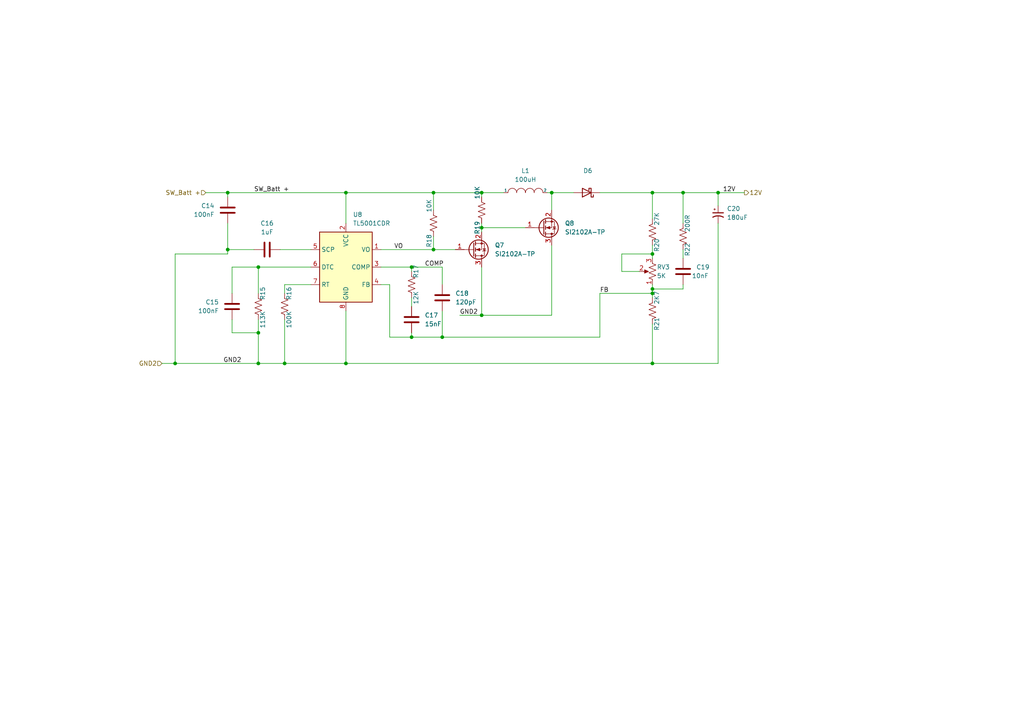
<source format=kicad_sch>
(kicad_sch (version 20211123) (generator eeschema)
  (paper "A4")
  (lib_symbols
    (symbol "Device:C" (pin_numbers hide) (pin_names (offset 0.254))
      (property "Reference" "C" (at 0.635 2.54 0))
      (property "Value" "C" (at 0.635 -2.54 0))
      (symbol "C_0_1"
        (polyline (pts (xy -2.032 -0.762) (xy 2.032 -0.762)) (stroke (width 0.508)))
        (polyline (pts (xy -2.032 0.762) (xy 2.032 0.762)) (stroke (width 0.508)))
      )
      (symbol "C_1_1"
        (pin passive line (at 0 3.81 270) (length 2.794) (name "~") (number "1"))
        (pin passive line (at 0 -3.81 90) (length 2.794) (name "~") (number "2"))
      )
    )
    (symbol "Device:C_Polarized_Small_US" (pin_numbers hide) (pin_names (offset 0.254) hide)
      (property "Reference" "C" (at 0.254 1.778 0))
      (property "Value" "C_Polarized_Small_US" (at 0.254 -2.032 0))
      (symbol "C_Polarized_Small_US_0_1"
        (polyline (pts (xy -1.524 0.508) (xy 1.524 0.508)) (stroke (width 0.3048)))
        (polyline (pts (xy -1.27 1.524) (xy -0.762 1.524)))
        (polyline (pts (xy -1.016 1.27) (xy -1.016 1.778)))
        (arc (start 1.524 -0.762) (mid 0 -0.3734) (end -1.524 -0.762) (stroke (width 0.3048)))
      )
      (symbol "C_Polarized_Small_US_1_1"
        (pin passive line (at 0 2.54 270) (length 2.032) (name "~") (number "1"))
        (pin passive line (at 0 -2.54 90) (length 2.032) (name "~") (number "2"))
      )
    )
    (symbol "Device:D_Schottky" (pin_numbers hide) (pin_names (offset 1.016) hide)
      (property "Reference" "D" (at 0 2.54 0))
      (property "Value" "D_Schottky" (at 0 -2.54 0))
      (symbol "D_Schottky_0_1"
        (polyline (pts (xy 1.27 0) (xy -1.27 0)))
        (polyline (pts (xy 1.27 1.27) (xy 1.27 -1.27) (xy -1.27 0) (xy 1.27 1.27)) (stroke (width 0.254)))
        (polyline (pts (xy -1.905 0.635) (xy -1.905 1.27) (xy -1.27 1.27) (xy -1.27 -1.27) (xy -0.635 -1.27) (xy -0.635 -0.635)) (stroke (width 0.254)))
      )
      (symbol "D_Schottky_1_1"
        (pin passive line (at -3.81 0 0) (length 2.54) (name "K") (number "1"))
        (pin passive line (at 3.81 0 180) (length 2.54) (name "A") (number "2"))
      )
    )
    (symbol "Device:R_Potentiometer_US" (pin_names (offset 1.016) hide)
      (property "Reference" "RV" (at -4.445 0 90))
      (property "Value" "R_Potentiometer_US" (at -2.54 0 90))
      (symbol "R_Potentiometer_US_0_1"
        (polyline (pts (xy 0 -2.286) (xy 0 -2.54)))
        (polyline (pts (xy 0 2.54) (xy 0 2.286)))
        (polyline (pts (xy 2.54 0) (xy 1.524 0)))
        (polyline (pts (xy 1.143 0) (xy 2.286 0.508) (xy 2.286 -0.508) (xy 1.143 0)) (fill (type outline)))
        (polyline (pts (xy 0 -0.762) (xy 1.016 -1.143) (xy 0 -1.524) (xy -1.016 -1.905) (xy 0 -2.286)))
        (polyline (pts (xy 0 0.762) (xy 1.016 0.381) (xy 0 0) (xy -1.016 -0.381) (xy 0 -0.762)))
        (polyline (pts (xy 0 2.286) (xy 1.016 1.905) (xy 0 1.524) (xy -1.016 1.143) (xy 0 0.762)))
      )
      (symbol "R_Potentiometer_US_1_1"
        (pin passive line (at 0 3.81 270) (length 1.27) (name "1") (number "1"))
        (pin passive line (at 3.81 0 180) (length 1.27) (name "2") (number "2"))
        (pin passive line (at 0 -3.81 90) (length 1.27) (name "3") (number "3"))
      )
    )
    (symbol "Device:R_US" (pin_numbers hide) (pin_names (offset 0))
      (property "Reference" "R" (at 2.54 0 90))
      (property "Value" "R_US" (at -2.54 0 90))
      (symbol "R_US_0_1"
        (polyline (pts (xy 0 -2.286) (xy 0 -2.54)))
        (polyline (pts (xy 0 2.286) (xy 0 2.54)))
        (polyline (pts (xy 0 -0.762) (xy 1.016 -1.143) (xy 0 -1.524) (xy -1.016 -1.905) (xy 0 -2.286)))
        (polyline (pts (xy 0 0.762) (xy 1.016 0.381) (xy 0 0) (xy -1.016 -0.381) (xy 0 -0.762)))
        (polyline (pts (xy 0 2.286) (xy 1.016 1.905) (xy 0 1.524) (xy -1.016 1.143) (xy 0 0.762)))
      )
      (symbol "R_US_1_1"
        (pin passive line (at 0 3.81 270) (length 1.27) (name "~") (number "1"))
        (pin passive line (at 0 -3.81 90) (length 1.27) (name "~") (number "2"))
      )
    )
    (symbol "Regulator_Switching:TL5001CDR"
      (property "Reference" "U" (at -6.35 11.43 0))
      (property "Value" "TL5001CDR" (at 7.62 11.43 0))
      (symbol "TL5001CDR_0_1"
        (rectangle (start -7.62 10.16) (end 7.62 -10.16) (stroke (width 0.254)) (fill (type background)))
      )
      (symbol "TL5001CDR_1_1"
        (pin passive line (at 10.16 5.08 180) (length 2.54) (name "VO") (number "1"))
        (pin power_in line (at 0 12.7 270) (length 2.54) (name "VCC") (number "2"))
        (pin passive line (at 10.16 0 180) (length 2.54) (name "COMP") (number "3"))
        (pin passive line (at 10.16 -5.08 180) (length 2.54) (name "FB") (number "4"))
        (pin passive line (at -10.16 5.08 0) (length 2.54) (name "SCP") (number "5"))
        (pin passive line (at -10.16 0 0) (length 2.54) (name "DTC") (number "6"))
        (pin passive line (at -10.16 -5.08 0) (length 2.54) (name "RT") (number "7"))
        (pin power_in line (at 0 -12.7 90) (length 2.54) (name "GND") (number "8"))
      )
    )
    (symbol "Transistor_FET:SI2102A-TP" (pin_names hide)
      (property "Reference" "Q" (at 5.08 1.905 0))
      (property "Value" "SI2102A-TP" (at 5.08 0 0))
      (symbol "SI2102A-TP_0_1"
        (polyline (pts (xy 0.254 0) (xy -2.54 0)))
        (polyline (pts (xy 0.254 1.905) (xy 0.254 -1.905)) (stroke (width 0.254)))
        (polyline (pts (xy 0.762 -1.27) (xy 0.762 -2.286)) (stroke (width 0.254)))
        (polyline (pts (xy 0.762 0.508) (xy 0.762 -0.508)) (stroke (width 0.254)))
        (polyline (pts (xy 0.762 2.286) (xy 0.762 1.27)) (stroke (width 0.254)))
        (polyline (pts (xy 2.54 2.54) (xy 2.54 1.778)))
        (polyline (pts (xy 2.54 -2.54) (xy 2.54 0) (xy 0.762 0)))
        (polyline (pts (xy 0.762 -1.778) (xy 3.302 -1.778) (xy 3.302 1.778) (xy 0.762 1.778)))
        (polyline (pts (xy 1.016 0) (xy 2.032 0.381) (xy 2.032 -0.381) (xy 1.016 0)) (fill (type outline)))
        (polyline (pts (xy 2.794 0.508) (xy 2.921 0.381) (xy 3.683 0.381) (xy 3.81 0.254)))
        (polyline (pts (xy 3.302 0.381) (xy 2.921 -0.254) (xy 3.683 -0.254) (xy 3.302 0.381)))
        (circle (center 1.651 0) (radius 2.794) (stroke (width 0.254)))
        (circle (center 2.54 -1.778) (radius 0.254) (fill (type outline)))
        (circle (center 2.54 1.778) (radius 0.254) (fill (type outline)))
      )
      (symbol "SI2102A-TP_1_1"
        (pin input line (at -5.08 0 0) (length 2.54) (name "G") (number "1"))
        (pin passive line (at 2.54 -5.08 90) (length 2.54) (name "S") (number "2"))
        (pin passive line (at 2.54 5.08 270) (length 2.54) (name "D") (number "3"))
      )
    )
    (symbol "pspice:INDUCTOR" (pin_numbers hide) (pin_names (offset 0))
      (property "Reference" "L" (at 0 2.54 0))
      (property "Value" "INDUCTOR" (at 0 -1.27 0))
      (symbol "INDUCTOR_0_1"
        (arc (start -2.54 0) (mid -3.81 1.27) (end -5.08 0))
        (arc (start 0 0) (mid -1.27 1.27) (end -2.54 0))
        (arc (start 2.54 0) (mid 1.27 1.27) (end 0 0))
        (arc (start 5.08 0) (mid 3.81 1.27) (end 2.54 0))
      )
      (symbol "INDUCTOR_1_1"
        (pin input line (at -6.35 0 0) (length 1.27) (name "1") (number "1"))
        (pin input line (at 6.35 0 180) (length 1.27) (name "2") (number "2"))
      )
    )
  )
  (junction (at 189.23 83.82))
  (junction (at 125.73 72.39))
  (junction (at 139.7 66.04))
  (junction (at 189.23 85.09))
  (junction (at 50.8 105.41))
  (junction (at 160.02 55.88))
  (junction (at 139.7 55.88))
  (junction (at 208.28 55.88))
  (junction (at 119.38 97.79))
  (junction (at 74.93 77.47))
  (junction (at 82.55 105.41))
  (junction (at 74.93 105.41))
  (junction (at 125.73 55.88))
  (junction (at 198.12 55.88))
  (junction (at 100.33 55.88))
  (junction (at 189.23 105.41))
  (junction (at 189.23 55.88))
  (junction (at 128.27 97.79))
  (junction (at 74.93 96.52))
  (junction (at 66.04 72.39))
  (junction (at 139.7 91.44))
  (junction (at 189.23 73.66))
  (junction (at 100.33 105.41))
  (junction (at 119.38 77.47))
  (junction (at 66.04 55.88))
  (wire (pts (xy 198.12 55.88) (xy 198.12 64.77)))
  (wire (pts (xy 125.73 55.88) (xy 125.73 60.96)))
  (wire (pts (xy 67.31 92.71) (xy 67.31 96.52)))
  (wire (pts (xy 119.38 77.47) (xy 119.38 78.74)))
  (wire (pts (xy 189.23 83.82) (xy 198.12 83.82)))
  (wire (pts (xy 189.23 71.12) (xy 189.23 73.66)))
  (wire (pts (xy 208.28 64.77) (xy 208.28 105.41)))
  (wire (pts (xy 189.23 55.88) (xy 189.23 63.5)))
  (wire (pts (xy 139.7 66.04) (xy 152.4 66.04)))
  (wire (pts (xy 139.7 66.04) (xy 139.7 67.31)))
  (wire (pts (xy 66.04 72.39) (xy 66.04 73.66)))
  (wire (pts (xy 189.23 93.98) (xy 189.23 105.41)))
  (wire (pts (xy 74.93 96.52) (xy 74.93 105.41)))
  (wire (pts (xy 198.12 55.88) (xy 208.28 55.88)))
  (wire (pts (xy 100.33 55.88) (xy 125.73 55.88)))
  (wire (pts (xy 125.73 55.88) (xy 139.7 55.88)))
  (wire (pts (xy 50.8 73.66) (xy 50.8 105.41)))
  (wire (pts (xy 81.28 72.39) (xy 90.17 72.39)))
  (wire (pts (xy 128.27 97.79) (xy 173.99 97.79)))
  (wire (pts (xy 67.31 85.09) (xy 67.31 77.47)))
  (wire (pts (xy 59.69 55.88) (xy 66.04 55.88)))
  (wire (pts (xy 173.99 97.79) (xy 173.99 85.09)))
  (wire (pts (xy 90.17 77.47) (xy 74.93 77.47)))
  (wire (pts (xy 139.7 91.44) (xy 160.02 91.44)))
  (wire (pts (xy 189.23 85.09) (xy 189.23 86.36)))
  (wire (pts (xy 119.38 77.47) (xy 128.27 77.47)))
  (wire (pts (xy 208.28 55.88) (xy 215.9 55.88)))
  (wire (pts (xy 173.99 55.88) (xy 189.23 55.88)))
  (wire (pts (xy 113.03 82.55) (xy 113.03 97.79)))
  (wire (pts (xy 125.73 72.39) (xy 132.08 72.39)))
  (wire (pts (xy 67.31 96.52) (xy 74.93 96.52)))
  (wire (pts (xy 82.55 82.55) (xy 90.17 82.55)))
  (wire (pts (xy 189.23 73.66) (xy 189.23 74.93)))
  (wire (pts (xy 189.23 55.88) (xy 198.12 55.88)))
  (wire (pts (xy 173.99 85.09) (xy 189.23 85.09)))
  (wire (pts (xy 189.23 82.55) (xy 189.23 83.82)))
  (wire (pts (xy 119.38 97.79) (xy 128.27 97.79)))
  (wire (pts (xy 110.49 72.39) (xy 125.73 72.39)))
  (wire (pts (xy 66.04 73.66) (xy 50.8 73.66)))
  (wire (pts (xy 139.7 55.88) (xy 146.05 55.88)))
  (wire (pts (xy 67.31 77.47) (xy 74.93 77.47)))
  (wire (pts (xy 208.28 59.69) (xy 208.28 55.88)))
  (wire (pts (xy 100.33 55.88) (xy 100.33 64.77)))
  (wire (pts (xy 160.02 55.88) (xy 166.37 55.88)))
  (wire (pts (xy 189.23 105.41) (xy 208.28 105.41)))
  (wire (pts (xy 119.38 96.52) (xy 119.38 97.79)))
  (wire (pts (xy 158.75 55.88) (xy 160.02 55.88)))
  (wire (pts (xy 110.49 82.55) (xy 113.03 82.55)))
  (wire (pts (xy 128.27 90.17) (xy 128.27 97.79)))
  (wire (pts (xy 180.34 73.66) (xy 189.23 73.66)))
  (wire (pts (xy 113.03 97.79) (xy 119.38 97.79)))
  (wire (pts (xy 46.99 105.41) (xy 50.8 105.41)))
  (wire (pts (xy 74.93 92.71) (xy 74.93 96.52)))
  (wire (pts (xy 66.04 72.39) (xy 73.66 72.39)))
  (wire (pts (xy 82.55 85.09) (xy 82.55 82.55)))
  (wire (pts (xy 50.8 105.41) (xy 74.93 105.41)))
  (wire (pts (xy 74.93 105.41) (xy 82.55 105.41)))
  (wire (pts (xy 82.55 92.71) (xy 82.55 105.41)))
  (wire (pts (xy 128.27 82.55) (xy 128.27 77.47)))
  (wire (pts (xy 139.7 64.77) (xy 139.7 66.04)))
  (wire (pts (xy 160.02 55.88) (xy 160.02 60.96)))
  (wire (pts (xy 66.04 55.88) (xy 66.04 57.15)))
  (wire (pts (xy 198.12 82.55) (xy 198.12 83.82)))
  (wire (pts (xy 133.35 91.44) (xy 139.7 91.44)))
  (wire (pts (xy 66.04 64.77) (xy 66.04 72.39)))
  (wire (pts (xy 180.34 78.74) (xy 180.34 73.66)))
  (wire (pts (xy 125.73 68.58) (xy 125.73 72.39)))
  (wire (pts (xy 139.7 55.88) (xy 139.7 57.15)))
  (wire (pts (xy 139.7 77.47) (xy 139.7 91.44)))
  (wire (pts (xy 119.38 86.36) (xy 119.38 88.9)))
  (wire (pts (xy 100.33 105.41) (xy 189.23 105.41)))
  (wire (pts (xy 66.04 55.88) (xy 100.33 55.88)))
  (wire (pts (xy 110.49 77.47) (xy 119.38 77.47)))
  (wire (pts (xy 82.55 105.41) (xy 100.33 105.41)))
  (wire (pts (xy 74.93 77.47) (xy 74.93 85.09)))
  (wire (pts (xy 100.33 90.17) (xy 100.33 105.41)))
  (wire (pts (xy 160.02 71.12) (xy 160.02 91.44)))
  (wire (pts (xy 185.42 78.74) (xy 180.34 78.74)))
  (wire (pts (xy 189.23 83.82) (xy 189.23 85.09)))
  (wire (pts (xy 198.12 72.39) (xy 198.12 74.93)))
  (label "SW_Batt +" (at 73.66 55.88 0))
  (label "COMP" (at 123.19 77.47 0))
  (label "VO" (at 114.3 72.39 0))
  (label "12V" (at 213.36 55.88 180))
  (label "FB" (at 173.99 85.09 0))
  (label "GND2" (at 133.35 91.44 0))
  (label "GND2" (at 64.77 105.41 0))
  (hierarchical_label "SW_Batt +" (shape input) (at 59.69 55.88 180))
  (hierarchical_label "GND2" (shape input) (at 46.99 105.41 180))
  (hierarchical_label "12V" (shape output) (at 215.9 55.88 0))
  (symbol (lib_id "Device:R_US") (at 82.55 88.9 180) (unit 1)
    (property "Reference" "R16" (at 83.82 85.09 90))
    (property "Value" "100K" (at 83.82 92.71 90))
    (property "Footprint" "Resistor_SMD:R_0805_2012Metric_Pad1.20x1.40mm_HandSolder" (effects hide))
  )
  (symbol (lib_id "Device:C_Polarized_Small_US") (at 208.28 62.23 0) (unit 1)
    (property "Reference" "C20" (at 210.82 60.5281 0) (effects (justify left)))
    (property "Value" "180uF" (at 210.82 63.0681 0) (effects (justify left)))
    (property "Footprint" "Capacitor_THT:CP_Radial_D8.0mm_P3.50mm" (effects hide))
  )
  (symbol (lib_id "Device:R_US") (at 139.7 60.96 0) (unit 1)
    (property "Reference" "R19" (at 138.43 66.04 90))
    (property "Value" "10K" (at 138.43 55.88 90))
    (property "Footprint" "Resistor_SMD:R_0805_2012Metric_Pad1.20x1.40mm_HandSolder" (effects hide))
    (property "Datasheet" "https://www.seielect.com/catalog/sei-rncp.pdf" (effects hide))
    (property "Digikey link" "https://www.digikey.ca/en/products/detail/stackpole-electronics-inc/RNCP0805FTD10K0/2240262" (effects hide))
    (property "Part number" "RNCP0805FTD10K0" (effects hide))
  )
  (symbol (lib_id "Device:R_US") (at 189.23 90.17 0) (mirror y) (unit 1)
    (property "Reference" "R21" (at 190.5 93.98 90))
    (property "Value" "2K7" (at 190.5 86.36 90))
    (property "Footprint" "Resistor_SMD:R_0805_2012Metric_Pad1.20x1.40mm_HandSolder" (effects hide))
    (property "Datasheet" "https://www.seielect.com/catalog/sei-rmcf_rmcp.pdf" (effects hide))
    (property "Digikey link" "https://www.digikey.ca/en/products/detail/stackpole-electronics-inc/RMCF0805FT2K70/1760308" (effects hide))
    (property "Part number" "RMCF0805FT2K70" (effects hide))
  )
  (symbol (lib_id "Device:R_US") (at 125.73 64.77 0) (unit 1)
    (property "Reference" "R18" (at 124.46 69.85 90))
    (property "Value" "10K" (at 124.46 59.69 90))
    (property "Footprint" "Resistor_SMD:R_0805_2012Metric_Pad1.20x1.40mm_HandSolder" (effects hide))
    (property "Datasheet" "https://www.seielect.com/catalog/sei-rncp.pdf" (effects hide))
    (property "Digikey link" "https://www.digikey.ca/en/products/detail/stackpole-electronics-inc/RNCP0805FTD10K0/2240262" (effects hide))
    (property "Part number" "RNCP0805FTD10K0" (effects hide))
  )
  (symbol (lib_id "Device:C") (at 128.27 86.36 180) (unit 1)
    (property "Reference" "C18" (at 132.08 85.0899 0) (effects (justify right)))
    (property "Value" "120pF" (at 132.08 87.6299 0) (effects (justify right)))
    (property "Footprint" "Capacitor_SMD:C_0805_2012Metric_Pad1.18x1.45mm_HandSolder" (effects hide))
  )
  (symbol (lib_id "Device:R_Potentiometer_US") (at 189.23 78.74 180) (unit 1)
    (property "Reference" "RV3" (at 190.5 77.47 0) (effects (justify right)))
    (property "Value" "5K" (at 190.5 80.01 0) (effects (justify right)))
    (property "Footprint" "Potentiometer_THT:CT6EP502" (effects hide))
    (property "Datasheet" "https://www.mccsemi.com/pdf/Products/SI2102A(SOT-323).pdf" (effects hide))
    (property "Part number" "CT6EP502" (effects hide))
    (property "Digikey link" "https://www.digikey.ca/en/products/detail/nidec-copal-electronics/CT6EP502/738314" (effects hide))
    (property "Manufacturer" "Nidec Copal Electronics" (effects hide))
  )
  (symbol (lib_id "Device:C") (at 119.38 92.71 180) (unit 1)
    (property "Reference" "C17" (at 123.19 91.4399 0) (effects (justify right)))
    (property "Value" "15nF" (at 123.19 93.9799 0) (effects (justify right)))
    (property "Footprint" "Capacitor_SMD:C_0805_2012Metric_Pad1.18x1.45mm_HandSolder" (effects hide))
    (property "Datasheet" "https://www.we-online.com/katalog/datasheet/885012207123.pdf" (effects hide))
    (property "Digikey link" "https://www.digikey.ca/en/products/detail/w%C3%BCrth-elektronik/885012207123/9346001" (effects hide))
    (property "Part number" "885012207123" (effects hide))
  )
  (symbol (lib_id "Device:C") (at 77.47 72.39 270) (mirror x) (unit 1)
    (property "Reference" "C16" (at 77.47 64.77 90))
    (property "Value" "1uF" (at 77.47 67.31 90))
    (property "Footprint" "Capacitor_SMD:C_0805_2012Metric_Pad1.18x1.45mm_HandSolder" (effects hide))
  )
  (symbol (lib_id "Device:R_US") (at 74.93 88.9 180) (unit 1)
    (property "Reference" "R15" (at 76.2 85.09 90))
    (property "Value" "113K" (at 76.2 92.71 90))
    (property "Footprint" "Resistor_SMD:R_0805_2012Metric_Pad1.20x1.40mm_HandSolder" (effects hide))
    (property "Datasheet" "https://www.seielect.com/catalog/sei-rmcf_rmcp.pdf" (effects hide))
    (property "Digikey link" "https://www.digikey.ca/en/products/detail/stackpole-electronics-inc/RMCF0201FT113K/5965944" (effects hide))
    (property "Part number" "RMCF0201FT113K" (effects hide))
  )
  (symbol (lib_id "Device:R_US") (at 198.12 68.58 0) (mirror y) (unit 1)
    (property "Reference" "R22" (at 199.39 72.39 90))
    (property "Value" "200R" (at 199.39 64.77 90))
    (property "Footprint" "Resistor_SMD:R_0805_2012Metric_Pad1.20x1.40mm_HandSolder" (effects hide))
  )
  (symbol (lib_id "Transistor_FET:SI2102A-TP") (at 157.48 66.04 0) (mirror x) (unit 1)
    (property "Reference" "Q8" (at 163.83 64.7699 0) (effects (justify left)))
    (property "Value" "SI2102A-TP" (at 163.83 67.31 0) (effects (justify left)))
    (property "Footprint" "Package_TO_SOT_SMD:SOT-323_SC-70" (effects hide))
    (property "Datasheet" "https://www.mccsemi.com/pdf/Products/SI2102A(SOT-323).pdf" (effects hide))
    (property "Digikey link" "https://www.digikey.ca/en/products/detail/micro-commercial-co/SI2102A-TP/15277502?s=N4IgTCBcDaIMoEkwEYAMYCCBaAKgBRAF0BfIA" (effects hide))
    (property "Part number" "SI2102A-TP" (effects hide))
  )
  (symbol (lib_id "Device:R_US") (at 189.23 67.31 0) (mirror y) (unit 1)
    (property "Reference" "R20" (at 190.5 71.12 90))
    (property "Value" "27K" (at 190.5 63.5 90))
    (property "Footprint" "Resistor_SMD:R_0805_2012Metric_Pad1.20x1.40mm_HandSolder" (effects hide))
  )
  (symbol (lib_id "Device:C") (at 66.04 60.96 0) (mirror x) (unit 1)
    (property "Reference" "C14" (at 62.23 59.6899 0) (effects (justify right)))
    (property "Value" "100nF" (at 62.23 62.2299 0) (effects (justify right)))
    (property "Footprint" "Capacitor_SMD:C_0805_2012Metric_Pad1.18x1.45mm_HandSolder" (effects hide))
    (property "Datasheet" "https://www.seielect.com/Catalog/SEI-CML.PDF" (effects hide))
    (property "Digikey link" "https://www.digikey.ca/en/products/detail/stackpole-electronics-inc/CML0805Y5V104ZT50V/10660028" (effects hide))
    (property "Part number" "CML0805Y5V104ZT50V" (effects hide))
  )
  (symbol (lib_id "Regulator_Switching:TL5001CDR") (at 100.33 77.47 0) (unit 1)
    (property "Reference" "U8" (at 102.3494 62.23 0) (effects (justify left)))
    (property "Value" "TL5001CDR" (at 102.3494 64.77 0) (effects (justify left)))
    (property "Footprint" "Package_SO:SOIC-8_3.9x4.9mm_P1.27mm" (effects hide))
    (property "Datasheet" "https://www.ti.com/lit/ds/symlink/tl5001.pdf?ts=1668882726896&ref_url=https%253A%252F%252Fwww.ti.com%252Fproduct%252FTL5001%253Futm_source%253Dgoogle%2526utm_medium%253Dcpc%2526utm_campaign%253Dapp-null-null-GPN_EN-cpc-pf-google-wwe%2526utm_content%253DTL5001%2526ds_k%253DTL5001%2526DCM%253Dyes%2526gclid%253DEAIaIQobChMI15qGr-a6-wIV4ZJbCh1-CgFZEAMYASAAEgK5J_D_BwE%2526gclsrc%253Daw.ds" (effects hide))
    (property "Part number" "LT5001CDR" (effects hide))
    (property "Digikey link" "https://www.digikey.ca/en/products/detail/texas-instruments/TL5001CDR/276937" (effects hide))
  )
  (symbol (lib_id "Device:R_US") (at 119.38 82.55 180) (unit 1)
    (property "Reference" "R17" (at 120.65 78.74 90))
    (property "Value" "12K" (at 120.65 86.36 90))
    (property "Footprint" "Resistor_SMD:R_0805_2012Metric_Pad1.20x1.40mm_HandSolder" (effects hide))
  )
  (symbol (lib_id "Device:C") (at 198.12 78.74 180) (unit 1)
    (property "Reference" "C19" (at 201.93 77.47 0) (effects (justify right)))
    (property "Value" "10nF" (at 200.66 80.01 0) (effects (justify right)))
    (property "Footprint" "Capacitor_SMD:C_0805_2012Metric_Pad1.18x1.45mm_HandSolder" (effects hide))
  )
  (symbol (lib_id "Device:C") (at 67.31 88.9 0) (mirror x) (unit 1)
    (property "Reference" "C15" (at 63.5 87.6299 0) (effects (justify right)))
    (property "Value" "100nF" (at 63.5 90.1699 0) (effects (justify right)))
    (property "Footprint" "Capacitor_SMD:C_0805_2012Metric_Pad1.18x1.45mm_HandSolder" (effects hide))
    (property "Datasheet" "https://www.seielect.com/Catalog/SEI-CML.PDF" (effects hide))
    (property "Digikey link" "https://www.digikey.ca/en/products/detail/stackpole-electronics-inc/CML0805Y5V104ZT50V/10660028" (effects hide))
    (property "Part number" "CML0805Y5V104ZT50V" (effects hide))
  )
  (symbol (lib_id "Device:D_Schottky") (at 170.18 55.88 180) (unit 1)
    (property "Reference" "D6" (at 170.4975 49.53 0))
    (property "Value" "CRS05(TE85L,Q,M)" (effects hide))
    (property "Footprint" "Diode_SMD:CRS05(TE85L,Q,M)" (effects hide))
    (property "Datasheet" "https://toshiba.semicon-storage.com/info/CRS05_datasheet_en_20190401.pdf?did=3163&prodName=CRS05" (effects hide))
    (property "Digikey link" "https://www.digikey.ca/en/products/detail/toshiba-semiconductor-and-storage/CRS05-TE85L-Q-M/871558" (effects hide))
    (property "Part number" "CRS05(TE85L,Q,M)" (effects hide))
  )
  (symbol (lib_id "pspice:INDUCTOR") (at 152.4 55.88 0) (unit 1)
    (property "Reference" "L1" (at 152.4 49.53 0))
    (property "Value" "100uH" (at 152.4 52.07 0))
    (property "Footprint" "Inductor_SMD:74404063101" (effects hide))
    (property "Datasheet" "https://www.we-online.com/katalog/datasheet/74404063101.pdf" (effects hide))
    (property "Part number" "74404063101" (effects hide))
    (property "Digikey link" "https://www.digikey.ca/en/products/detail/w%C3%BCrth-elektronik/74404063101/4865679?s=N4IgTCBcDaIOwBYEAYUDYDMBGZWQF0BfIA" (effects hide))
  )
  (symbol (lib_id "Transistor_FET:SI2102A-TP") (at 137.16 72.39 0) (mirror x) (unit 1)
    (property "Reference" "Q7" (at 143.51 71.1199 0) (effects (justify left)))
    (property "Value" "SI2102A-TP" (at 143.51 73.66 0) (effects (justify left)))
    (property "Footprint" "Package_TO_SOT_SMD:SOT-323_SC-70" (effects hide))
    (property "Datasheet" "https://www.mccsemi.com/pdf/Products/SI2102A(SOT-323).pdf" (effects hide))
    (property "Digikey link" "https://www.digikey.ca/en/products/detail/micro-commercial-co/SI2102A-TP/15277502?s=N4IgTCBcDaIMoEkwEYAMYCCBaAKgBRAF0BfIA" (effects hide))
    (property "Part number" "SI2102A-TP" (effects hide))
  )
)
</source>
